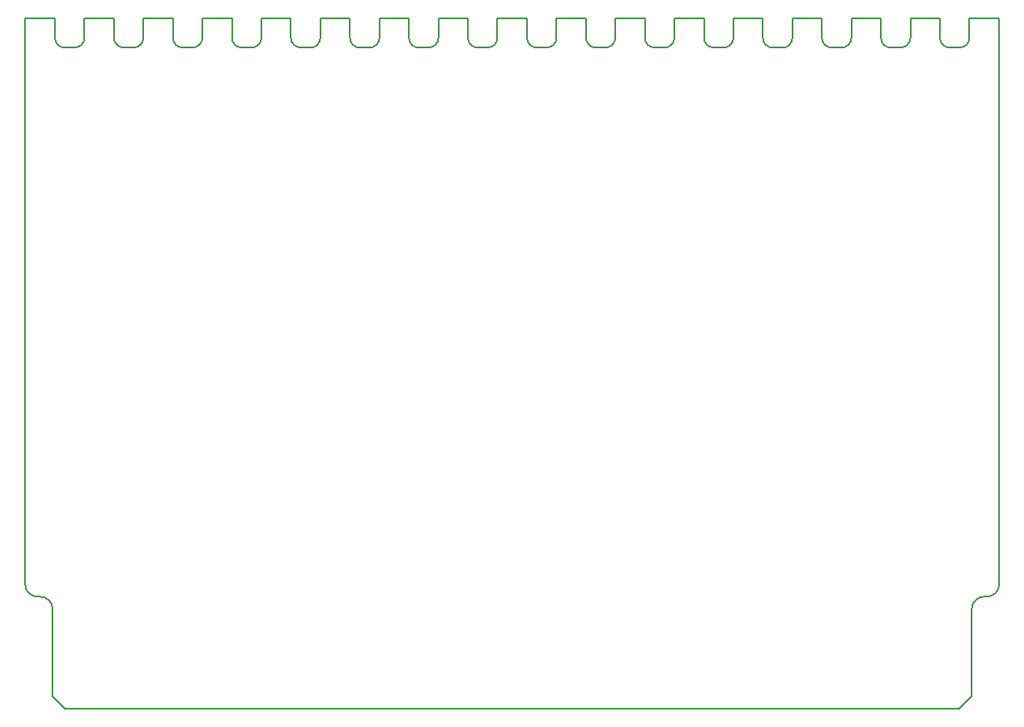
<source format=gm1>
G04 #@! TF.GenerationSoftware,KiCad,Pcbnew,(5.1.12)-1*
G04 #@! TF.CreationDate,2024-01-30T17:11:01+00:00*
G04 #@! TF.ProjectId,CPCVideo,43504356-6964-4656-9f2e-6b696361645f,rev?*
G04 #@! TF.SameCoordinates,Original*
G04 #@! TF.FileFunction,Profile,NP*
%FSLAX46Y46*%
G04 Gerber Fmt 4.6, Leading zero omitted, Abs format (unit mm)*
G04 Created by KiCad (PCBNEW (5.1.12)-1) date 2024-01-30 17:11:01*
%MOMM*%
%LPD*%
G01*
G04 APERTURE LIST*
G04 #@! TA.AperFunction,Profile*
%ADD10C,0.150000*%
G04 #@! TD*
G04 APERTURE END LIST*
D10*
X157700000Y-103500000D02*
G75*
G02*
X156700000Y-102500000I0J1000000D01*
G01*
X248700000Y-103500000D02*
X247700000Y-103500000D01*
X243700000Y-100500000D02*
X243700000Y-102500000D01*
X153670000Y-100500000D02*
X156700000Y-100500000D01*
X236700000Y-103500000D02*
X235700000Y-103500000D01*
X175700000Y-103500000D02*
G75*
G02*
X174700000Y-102500000I0J1000000D01*
G01*
X171700000Y-100500000D02*
X171700000Y-102500000D01*
X165700000Y-102500000D02*
G75*
G02*
X164700000Y-103500000I-1000000J0D01*
G01*
X168700000Y-100500000D02*
X165700000Y-100500000D01*
X169700000Y-103500000D02*
G75*
G02*
X168700000Y-102500000I0J1000000D01*
G01*
X216700000Y-102500000D02*
X216700000Y-100500000D01*
X246700000Y-102500000D02*
X246700000Y-100500000D01*
X163700000Y-103500000D02*
G75*
G02*
X162700000Y-102500000I0J1000000D01*
G01*
X240700000Y-100500000D02*
X237700000Y-100500000D01*
X246700000Y-100500000D02*
X243700000Y-100500000D01*
X174700000Y-102500000D02*
X174700000Y-100500000D01*
X170700000Y-103500000D02*
X169700000Y-103500000D01*
X158700000Y-103500000D02*
X157700000Y-103500000D01*
X240700000Y-102500000D02*
X240700000Y-100500000D01*
X171700000Y-102500000D02*
G75*
G02*
X170700000Y-103500000I-1000000J0D01*
G01*
X176700000Y-103500000D02*
X175700000Y-103500000D01*
X156700000Y-100500000D02*
X156700000Y-102500000D01*
X252730000Y-100500000D02*
X249700000Y-100500000D01*
X168700000Y-102500000D02*
X168700000Y-100500000D01*
X165700000Y-100500000D02*
X165700000Y-102500000D01*
X174700000Y-100500000D02*
X171700000Y-100500000D01*
X225700000Y-100500000D02*
X225700000Y-102500000D01*
X249700000Y-100500000D02*
X249700000Y-102500000D01*
X164700000Y-103500000D02*
X163700000Y-103500000D01*
X162700000Y-102500000D02*
X162700000Y-100500000D01*
X162700000Y-100500000D02*
X159700000Y-100500000D01*
X159700000Y-100500000D02*
X159700000Y-102500000D01*
X159700000Y-102500000D02*
G75*
G02*
X158700000Y-103500000I-1000000J0D01*
G01*
X194700000Y-103500000D02*
X193700000Y-103500000D01*
X235700000Y-103500000D02*
G75*
G02*
X234700000Y-102500000I0J1000000D01*
G01*
X183700000Y-102500000D02*
G75*
G02*
X182700000Y-103500000I-1000000J0D01*
G01*
X223700000Y-103500000D02*
G75*
G02*
X222700000Y-102500000I0J1000000D01*
G01*
X206700000Y-103500000D02*
X205700000Y-103500000D01*
X249700000Y-102500000D02*
G75*
G02*
X248700000Y-103500000I-1000000J0D01*
G01*
X228700000Y-100500000D02*
X225700000Y-100500000D01*
X242700000Y-103500000D02*
X241700000Y-103500000D01*
X192700000Y-102500000D02*
X192700000Y-100500000D01*
X188700000Y-103500000D02*
X187700000Y-103500000D01*
X195700000Y-100500000D02*
X195700000Y-102500000D01*
X234700000Y-100500000D02*
X231700000Y-100500000D01*
X201700000Y-100500000D02*
X201700000Y-102500000D01*
X182700000Y-103500000D02*
X181700000Y-103500000D01*
X230700000Y-103500000D02*
X229700000Y-103500000D01*
X204700000Y-102500000D02*
X204700000Y-100500000D01*
X217700000Y-103500000D02*
G75*
G02*
X216700000Y-102500000I0J1000000D01*
G01*
X241700000Y-103500000D02*
G75*
G02*
X240700000Y-102500000I0J1000000D01*
G01*
X181700000Y-103500000D02*
G75*
G02*
X180700000Y-102500000I0J1000000D01*
G01*
X218700000Y-103500000D02*
X217700000Y-103500000D01*
X200700000Y-103500000D02*
X199700000Y-103500000D01*
X198700000Y-100500000D02*
X195700000Y-100500000D01*
X180700000Y-100500000D02*
X177700000Y-100500000D01*
X187700000Y-103500000D02*
G75*
G02*
X186700000Y-102500000I0J1000000D01*
G01*
X213700000Y-102500000D02*
G75*
G02*
X212700000Y-103500000I-1000000J0D01*
G01*
X183700000Y-100500000D02*
X183700000Y-102500000D01*
X247700000Y-103500000D02*
G75*
G02*
X246700000Y-102500000I0J1000000D01*
G01*
X207700000Y-100500000D02*
X207700000Y-102500000D01*
X228700000Y-102500000D02*
X228700000Y-100500000D01*
X237700000Y-102500000D02*
G75*
G02*
X236700000Y-103500000I-1000000J0D01*
G01*
X243700000Y-102500000D02*
G75*
G02*
X242700000Y-103500000I-1000000J0D01*
G01*
X177700000Y-102500000D02*
G75*
G02*
X176700000Y-103500000I-1000000J0D01*
G01*
X192700000Y-100500000D02*
X189700000Y-100500000D01*
X186700000Y-100500000D02*
X183700000Y-100500000D01*
X186700000Y-102500000D02*
X186700000Y-100500000D01*
X224700000Y-103500000D02*
X223700000Y-103500000D01*
X189700000Y-100500000D02*
X189700000Y-102500000D01*
X216700000Y-100500000D02*
X213700000Y-100500000D01*
X231700000Y-100500000D02*
X231700000Y-102500000D01*
X201700000Y-102500000D02*
G75*
G02*
X200700000Y-103500000I-1000000J0D01*
G01*
X189700000Y-102500000D02*
G75*
G02*
X188700000Y-103500000I-1000000J0D01*
G01*
X225700000Y-102500000D02*
G75*
G02*
X224700000Y-103500000I-1000000J0D01*
G01*
X195700000Y-102500000D02*
G75*
G02*
X194700000Y-103500000I-1000000J0D01*
G01*
X177700000Y-100500000D02*
X177700000Y-102500000D01*
X180700000Y-102500000D02*
X180700000Y-100500000D01*
X219700000Y-100500000D02*
X219700000Y-102500000D01*
X212700000Y-103500000D02*
X211700000Y-103500000D01*
X231700000Y-102500000D02*
G75*
G02*
X230700000Y-103500000I-1000000J0D01*
G01*
X219700000Y-102500000D02*
G75*
G02*
X218700000Y-103500000I-1000000J0D01*
G01*
X234700000Y-102500000D02*
X234700000Y-100500000D01*
X198700000Y-102500000D02*
X198700000Y-100500000D01*
X213700000Y-100500000D02*
X213700000Y-102500000D01*
X199700000Y-103500000D02*
G75*
G02*
X198700000Y-102500000I0J1000000D01*
G01*
X229700000Y-103500000D02*
G75*
G02*
X228700000Y-102500000I0J1000000D01*
G01*
X204700000Y-100500000D02*
X201700000Y-100500000D01*
X210700000Y-102500000D02*
X210700000Y-100500000D01*
X222700000Y-102500000D02*
X222700000Y-100500000D01*
X237700000Y-100500000D02*
X237700000Y-102500000D01*
X211700000Y-103500000D02*
G75*
G02*
X210700000Y-102500000I0J1000000D01*
G01*
X205700000Y-103500000D02*
G75*
G02*
X204700000Y-102500000I0J1000000D01*
G01*
X207700000Y-102500000D02*
G75*
G02*
X206700000Y-103500000I-1000000J0D01*
G01*
X210700000Y-100500000D02*
X207700000Y-100500000D01*
X193700000Y-103500000D02*
G75*
G02*
X192700000Y-102500000I0J1000000D01*
G01*
X222700000Y-100500000D02*
X219700000Y-100500000D01*
X156464000Y-169545000D02*
X157734000Y-170815000D01*
X156464000Y-160655000D02*
X156464000Y-169545000D01*
X249936000Y-169545000D02*
X248666000Y-170815000D01*
X249936000Y-160655000D02*
X249936000Y-169545000D01*
X251206000Y-159385000D02*
X251460000Y-159385000D01*
X155194000Y-159385000D02*
X154940000Y-159385000D01*
X154940000Y-159385000D02*
G75*
G02*
X153670000Y-158115000I0J1270000D01*
G01*
X155194000Y-159385000D02*
G75*
G02*
X156464000Y-160655000I0J-1270000D01*
G01*
X252730000Y-158115000D02*
G75*
G02*
X251460000Y-159385000I-1270000J0D01*
G01*
X249936000Y-160655000D02*
G75*
G02*
X251206000Y-159385000I1270000J0D01*
G01*
X252730000Y-100500000D02*
X252730000Y-158115000D01*
X153670000Y-100500000D02*
X153670000Y-158115000D01*
X157734000Y-170815000D02*
X248666000Y-170815000D01*
M02*

</source>
